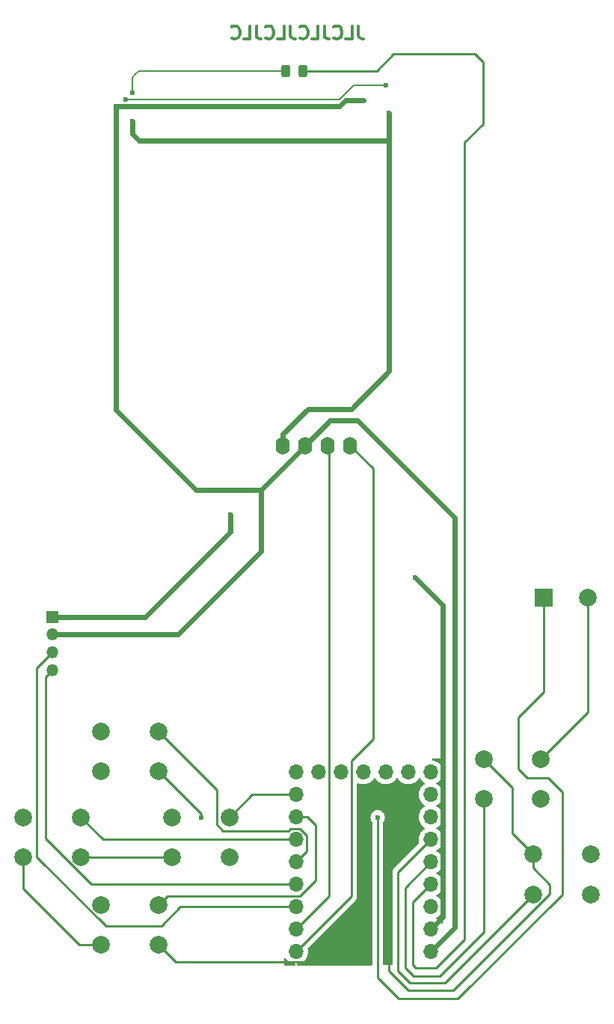
<source format=gbr>
G04 #@! TF.GenerationSoftware,KiCad,Pcbnew,8.0.5-8.0.5-0~ubuntu24.04.1*
G04 #@! TF.CreationDate,2024-10-08T07:53:46+09:00*
G04 #@! TF.ProjectId,gopher_pilot_rp2040_sw,676f7068-6572-45f7-9069-6c6f745f7270,rev?*
G04 #@! TF.SameCoordinates,Original*
G04 #@! TF.FileFunction,Copper,L2,Bot*
G04 #@! TF.FilePolarity,Positive*
%FSLAX46Y46*%
G04 Gerber Fmt 4.6, Leading zero omitted, Abs format (unit mm)*
G04 Created by KiCad (PCBNEW 8.0.5-8.0.5-0~ubuntu24.04.1) date 2024-10-08 07:53:46*
%MOMM*%
%LPD*%
G01*
G04 APERTURE LIST*
G04 Aperture macros list*
%AMRoundRect*
0 Rectangle with rounded corners*
0 $1 Rounding radius*
0 $2 $3 $4 $5 $6 $7 $8 $9 X,Y pos of 4 corners*
0 Add a 4 corners polygon primitive as box body*
4,1,4,$2,$3,$4,$5,$6,$7,$8,$9,$2,$3,0*
0 Add four circle primitives for the rounded corners*
1,1,$1+$1,$2,$3*
1,1,$1+$1,$4,$5*
1,1,$1+$1,$6,$7*
1,1,$1+$1,$8,$9*
0 Add four rect primitives between the rounded corners*
20,1,$1+$1,$2,$3,$4,$5,0*
20,1,$1+$1,$4,$5,$6,$7,0*
20,1,$1+$1,$6,$7,$8,$9,0*
20,1,$1+$1,$8,$9,$2,$3,0*%
G04 Aperture macros list end*
%ADD10C,0.300000*%
G04 #@! TA.AperFunction,NonConductor*
%ADD11C,0.300000*%
G04 #@! TD*
G04 #@! TA.AperFunction,ComponentPad*
%ADD12O,1.700000X1.700000*%
G04 #@! TD*
G04 #@! TA.AperFunction,ComponentPad*
%ADD13O,1.600000X2.000000*%
G04 #@! TD*
G04 #@! TA.AperFunction,ComponentPad*
%ADD14C,2.000000*%
G04 #@! TD*
G04 #@! TA.AperFunction,ComponentPad*
%ADD15R,1.350000X1.350000*%
G04 #@! TD*
G04 #@! TA.AperFunction,ComponentPad*
%ADD16O,1.350000X1.350000*%
G04 #@! TD*
G04 #@! TA.AperFunction,ComponentPad*
%ADD17R,2.000000X2.000000*%
G04 #@! TD*
G04 #@! TA.AperFunction,SMDPad,CuDef*
%ADD18RoundRect,0.243750X0.243750X0.456250X-0.243750X0.456250X-0.243750X-0.456250X0.243750X-0.456250X0*%
G04 #@! TD*
G04 #@! TA.AperFunction,ViaPad*
%ADD19C,0.600000*%
G04 #@! TD*
G04 #@! TA.AperFunction,Conductor*
%ADD20C,0.250000*%
G04 #@! TD*
G04 #@! TA.AperFunction,Conductor*
%ADD21C,0.600000*%
G04 #@! TD*
G04 #@! TA.AperFunction,Conductor*
%ADD22C,0.200000*%
G04 #@! TD*
G04 APERTURE END LIST*
D10*
D11*
X118116917Y-50600828D02*
X118116917Y-51672257D01*
X118116917Y-51672257D02*
X118188346Y-51886542D01*
X118188346Y-51886542D02*
X118331203Y-52029400D01*
X118331203Y-52029400D02*
X118545489Y-52100828D01*
X118545489Y-52100828D02*
X118688346Y-52100828D01*
X116688346Y-52100828D02*
X117402632Y-52100828D01*
X117402632Y-52100828D02*
X117402632Y-50600828D01*
X115331203Y-51957971D02*
X115402631Y-52029400D01*
X115402631Y-52029400D02*
X115616917Y-52100828D01*
X115616917Y-52100828D02*
X115759774Y-52100828D01*
X115759774Y-52100828D02*
X115974060Y-52029400D01*
X115974060Y-52029400D02*
X116116917Y-51886542D01*
X116116917Y-51886542D02*
X116188346Y-51743685D01*
X116188346Y-51743685D02*
X116259774Y-51457971D01*
X116259774Y-51457971D02*
X116259774Y-51243685D01*
X116259774Y-51243685D02*
X116188346Y-50957971D01*
X116188346Y-50957971D02*
X116116917Y-50815114D01*
X116116917Y-50815114D02*
X115974060Y-50672257D01*
X115974060Y-50672257D02*
X115759774Y-50600828D01*
X115759774Y-50600828D02*
X115616917Y-50600828D01*
X115616917Y-50600828D02*
X115402631Y-50672257D01*
X115402631Y-50672257D02*
X115331203Y-50743685D01*
X114259774Y-50600828D02*
X114259774Y-51672257D01*
X114259774Y-51672257D02*
X114331203Y-51886542D01*
X114331203Y-51886542D02*
X114474060Y-52029400D01*
X114474060Y-52029400D02*
X114688346Y-52100828D01*
X114688346Y-52100828D02*
X114831203Y-52100828D01*
X112831203Y-52100828D02*
X113545489Y-52100828D01*
X113545489Y-52100828D02*
X113545489Y-50600828D01*
X111474060Y-51957971D02*
X111545488Y-52029400D01*
X111545488Y-52029400D02*
X111759774Y-52100828D01*
X111759774Y-52100828D02*
X111902631Y-52100828D01*
X111902631Y-52100828D02*
X112116917Y-52029400D01*
X112116917Y-52029400D02*
X112259774Y-51886542D01*
X112259774Y-51886542D02*
X112331203Y-51743685D01*
X112331203Y-51743685D02*
X112402631Y-51457971D01*
X112402631Y-51457971D02*
X112402631Y-51243685D01*
X112402631Y-51243685D02*
X112331203Y-50957971D01*
X112331203Y-50957971D02*
X112259774Y-50815114D01*
X112259774Y-50815114D02*
X112116917Y-50672257D01*
X112116917Y-50672257D02*
X111902631Y-50600828D01*
X111902631Y-50600828D02*
X111759774Y-50600828D01*
X111759774Y-50600828D02*
X111545488Y-50672257D01*
X111545488Y-50672257D02*
X111474060Y-50743685D01*
X110402631Y-50600828D02*
X110402631Y-51672257D01*
X110402631Y-51672257D02*
X110474060Y-51886542D01*
X110474060Y-51886542D02*
X110616917Y-52029400D01*
X110616917Y-52029400D02*
X110831203Y-52100828D01*
X110831203Y-52100828D02*
X110974060Y-52100828D01*
X108974060Y-52100828D02*
X109688346Y-52100828D01*
X109688346Y-52100828D02*
X109688346Y-50600828D01*
X107616917Y-51957971D02*
X107688345Y-52029400D01*
X107688345Y-52029400D02*
X107902631Y-52100828D01*
X107902631Y-52100828D02*
X108045488Y-52100828D01*
X108045488Y-52100828D02*
X108259774Y-52029400D01*
X108259774Y-52029400D02*
X108402631Y-51886542D01*
X108402631Y-51886542D02*
X108474060Y-51743685D01*
X108474060Y-51743685D02*
X108545488Y-51457971D01*
X108545488Y-51457971D02*
X108545488Y-51243685D01*
X108545488Y-51243685D02*
X108474060Y-50957971D01*
X108474060Y-50957971D02*
X108402631Y-50815114D01*
X108402631Y-50815114D02*
X108259774Y-50672257D01*
X108259774Y-50672257D02*
X108045488Y-50600828D01*
X108045488Y-50600828D02*
X107902631Y-50600828D01*
X107902631Y-50600828D02*
X107688345Y-50672257D01*
X107688345Y-50672257D02*
X107616917Y-50743685D01*
X106545488Y-50600828D02*
X106545488Y-51672257D01*
X106545488Y-51672257D02*
X106616917Y-51886542D01*
X106616917Y-51886542D02*
X106759774Y-52029400D01*
X106759774Y-52029400D02*
X106974060Y-52100828D01*
X106974060Y-52100828D02*
X107116917Y-52100828D01*
X105116917Y-52100828D02*
X105831203Y-52100828D01*
X105831203Y-52100828D02*
X105831203Y-50600828D01*
X103759774Y-51957971D02*
X103831202Y-52029400D01*
X103831202Y-52029400D02*
X104045488Y-52100828D01*
X104045488Y-52100828D02*
X104188345Y-52100828D01*
X104188345Y-52100828D02*
X104402631Y-52029400D01*
X104402631Y-52029400D02*
X104545488Y-51886542D01*
X104545488Y-51886542D02*
X104616917Y-51743685D01*
X104616917Y-51743685D02*
X104688345Y-51457971D01*
X104688345Y-51457971D02*
X104688345Y-51243685D01*
X104688345Y-51243685D02*
X104616917Y-50957971D01*
X104616917Y-50957971D02*
X104545488Y-50815114D01*
X104545488Y-50815114D02*
X104402631Y-50672257D01*
X104402631Y-50672257D02*
X104188345Y-50600828D01*
X104188345Y-50600828D02*
X104045488Y-50600828D01*
X104045488Y-50600828D02*
X103831202Y-50672257D01*
X103831202Y-50672257D02*
X103759774Y-50743685D01*
D12*
X111060000Y-155400000D03*
X111060000Y-152860000D03*
X111060000Y-150320000D03*
X111060000Y-147780000D03*
X111060000Y-145240000D03*
X111060000Y-142700000D03*
X111060000Y-140160000D03*
X111060000Y-137620000D03*
X111060000Y-135080000D03*
X113600000Y-135080000D03*
X116140000Y-135080000D03*
X118680000Y-135080000D03*
X121220000Y-135080000D03*
X123760000Y-135080000D03*
X126300000Y-135080000D03*
X126300000Y-137620000D03*
X126300000Y-140160000D03*
X126300000Y-142700000D03*
X126300000Y-145240000D03*
X126300000Y-147780000D03*
X126300000Y-150320000D03*
X126300000Y-152860000D03*
X126300000Y-155400000D03*
D13*
X109580000Y-98100000D03*
X112120000Y-98100000D03*
X114660000Y-98100000D03*
X117200000Y-98100000D03*
D14*
X132300000Y-133600000D03*
X138800000Y-133600000D03*
X132300000Y-138100000D03*
X138800000Y-138100000D03*
X80200000Y-140200000D03*
X86700000Y-140200000D03*
X80200000Y-144700000D03*
X86700000Y-144700000D03*
X89000000Y-150100000D03*
X95500000Y-150100000D03*
X89000000Y-154600000D03*
X95500000Y-154600000D03*
D15*
X83500000Y-117500000D03*
D16*
X83500000Y-119500000D03*
X83500000Y-121500000D03*
X83500000Y-123500000D03*
D14*
X89000000Y-130500000D03*
X95500000Y-130500000D03*
X89000000Y-135000000D03*
X95500000Y-135000000D03*
X97000000Y-140200000D03*
X103500000Y-140200000D03*
X97000000Y-144700000D03*
X103500000Y-144700000D03*
X137900000Y-144400000D03*
X144400000Y-144400000D03*
X137900000Y-148900000D03*
X144400000Y-148900000D03*
D17*
X139100000Y-115300000D03*
D14*
X144100000Y-115300000D03*
D18*
X111800000Y-55700000D03*
X109925000Y-55700000D03*
D19*
X103600000Y-105900000D03*
X92500000Y-61400000D03*
X124500000Y-113000000D03*
X121600000Y-60500000D03*
X121600000Y-152900000D03*
X113200000Y-156300000D03*
X100300000Y-140200000D03*
X118700000Y-59000000D03*
X90700000Y-59700000D03*
X92500000Y-58200000D03*
X121200000Y-57300000D03*
X91800000Y-58900000D03*
X120300000Y-140200000D03*
D20*
X135500000Y-142000000D02*
X137900000Y-144400000D01*
X138800000Y-133600000D02*
X144100000Y-128300000D01*
X128873833Y-159800000D02*
X123800000Y-159800000D01*
X80200000Y-144700000D02*
X80200000Y-148300000D01*
X123800000Y-159800000D02*
X121600000Y-157600000D01*
X121600000Y-157600000D02*
X121600000Y-152900000D01*
D21*
X117300000Y-94000000D02*
X112400000Y-94000000D01*
D20*
X135500000Y-136800000D02*
X135500000Y-142000000D01*
X86700000Y-144700000D02*
X95100000Y-144700000D01*
X139800000Y-147800000D02*
X139800000Y-148873833D01*
D21*
X112400000Y-94000000D02*
X109580000Y-96820000D01*
X121600000Y-89700000D02*
X121600000Y-63600000D01*
D20*
X137900000Y-144400000D02*
X137900000Y-145900000D01*
X97475000Y-156575000D02*
X95500000Y-154600000D01*
X139800000Y-148873833D02*
X128873833Y-159800000D01*
X86500000Y-154600000D02*
X89000000Y-154600000D01*
D21*
X93300000Y-63600000D02*
X92700000Y-63000000D01*
D20*
X95100000Y-144700000D02*
X97000000Y-144700000D01*
D21*
X109580000Y-96820000D02*
X109580000Y-98100000D01*
D20*
X95500000Y-135000000D02*
X100300000Y-139800000D01*
D21*
X127650000Y-116150000D02*
X127650000Y-151510000D01*
X103600000Y-105900000D02*
X103600000Y-107900000D01*
X103600000Y-107900000D02*
X94000000Y-117500000D01*
D20*
X113200000Y-156300000D02*
X112925000Y-156575000D01*
D21*
X121600000Y-63600000D02*
X93300000Y-63600000D01*
D20*
X80200000Y-148300000D02*
X86500000Y-154600000D01*
X137900000Y-145900000D02*
X139800000Y-147800000D01*
D21*
X92500000Y-62800000D02*
X92500000Y-61400000D01*
D20*
X132300000Y-133600000D02*
X135500000Y-136800000D01*
D21*
X92700000Y-63000000D02*
X92500000Y-62800000D01*
D20*
X112925000Y-156575000D02*
X97475000Y-156575000D01*
D21*
X127650000Y-151510000D02*
X126300000Y-152860000D01*
D20*
X144100000Y-128300000D02*
X144100000Y-115300000D01*
D21*
X121600000Y-89700000D02*
X117300000Y-94000000D01*
X124500000Y-113000000D02*
X127650000Y-116150000D01*
X121600000Y-63600000D02*
X121600000Y-60500000D01*
D20*
X100300000Y-139800000D02*
X100300000Y-140200000D01*
D21*
X94000000Y-117500000D02*
X83500000Y-117500000D01*
X107100000Y-103120000D02*
X99720000Y-103120000D01*
X112120000Y-98320000D02*
X112120000Y-98100000D01*
X129000000Y-152700000D02*
X126300000Y-155400000D01*
X116700000Y-59000000D02*
X118700000Y-59000000D01*
X107100000Y-103120000D02*
X112120000Y-98100000D01*
X107100000Y-110100000D02*
X97700000Y-119500000D01*
X112120000Y-98100000D02*
X114920000Y-95300000D01*
X90700000Y-94100000D02*
X90700000Y-59700000D01*
X97700000Y-119500000D02*
X83500000Y-119500000D01*
X118000000Y-95300000D02*
X129000000Y-106300000D01*
X99720000Y-103120000D02*
X90700000Y-94100000D01*
X107100000Y-103120000D02*
X107100000Y-110100000D01*
X129000000Y-106300000D02*
X129000000Y-152700000D01*
X90700000Y-59700000D02*
X116000000Y-59700000D01*
X116000000Y-59700000D02*
X116700000Y-59000000D01*
X114920000Y-95300000D02*
X118000000Y-95300000D01*
D22*
X92900000Y-56100000D02*
X92500000Y-56500000D01*
X92500000Y-56500000D02*
X92500000Y-58200000D01*
X93300000Y-55700000D02*
X92900000Y-56100000D01*
X109925000Y-55700000D02*
X93300000Y-55700000D01*
X115951472Y-58900000D02*
X117551472Y-57300000D01*
X117551472Y-57300000D02*
X121200000Y-57300000D01*
X91800000Y-58900000D02*
X115951472Y-58900000D01*
D20*
X117315000Y-149145000D02*
X111060000Y-155400000D01*
X117315000Y-133785001D02*
X117315000Y-149145000D01*
X119768346Y-100668346D02*
X119768346Y-131331655D01*
X119768346Y-131331655D02*
X117315000Y-133785001D01*
X117200000Y-98100000D02*
X119768346Y-100668346D01*
X114775000Y-149145000D02*
X111060000Y-152860000D01*
X114660000Y-98100000D02*
X114775000Y-98215000D01*
X114775000Y-98215000D02*
X114775000Y-149145000D01*
X81700000Y-144673833D02*
X89526167Y-152500000D01*
X95800000Y-152500000D02*
X97980000Y-150320000D01*
X81700000Y-123300000D02*
X81700000Y-144673833D01*
X83500000Y-121500000D02*
X81700000Y-123300000D01*
X89526167Y-152500000D02*
X95800000Y-152500000D01*
X97980000Y-150320000D02*
X111060000Y-150320000D01*
X82700000Y-142573833D02*
X82700000Y-124300000D01*
X87906167Y-147780000D02*
X111060000Y-147780000D01*
X82700000Y-124300000D02*
X83500000Y-123500000D01*
X82700000Y-142573833D02*
X87906167Y-147780000D01*
X139600000Y-135700000D02*
X141200000Y-137300000D01*
X141200000Y-148900000D02*
X129400000Y-160700000D01*
X139100000Y-126000000D02*
X136200000Y-128900000D01*
X137200000Y-135700000D02*
X139600000Y-135700000D01*
X136200000Y-128900000D02*
X136200000Y-134700000D01*
X120300000Y-158300000D02*
X120300000Y-140200000D01*
X139100000Y-115300000D02*
X139100000Y-126000000D01*
X122700000Y-160700000D02*
X120300000Y-158300000D01*
X136200000Y-134700000D02*
X137200000Y-135700000D01*
X141200000Y-137300000D02*
X141200000Y-148900000D01*
X129400000Y-160700000D02*
X122700000Y-160700000D01*
X132200000Y-61700000D02*
X130100000Y-63800000D01*
X124300000Y-156900000D02*
X124300000Y-149780000D01*
X126900000Y-157200000D02*
X124600000Y-157200000D01*
X120200000Y-55700000D02*
X122100000Y-53800000D01*
X130100000Y-154000000D02*
X126900000Y-157200000D01*
X131300000Y-53800000D02*
X132200000Y-54700000D01*
X130100000Y-63800000D02*
X130100000Y-154000000D01*
X124300000Y-149780000D02*
X126300000Y-147780000D01*
X132200000Y-54700000D02*
X132200000Y-61700000D01*
X111800000Y-55700000D02*
X120200000Y-55700000D01*
X124600000Y-157200000D02*
X124300000Y-156900000D01*
X122100000Y-53800000D02*
X131300000Y-53800000D01*
X111521701Y-141500000D02*
X112300000Y-142278299D01*
X102100000Y-141000000D02*
X102800000Y-141700000D01*
X102800000Y-141700000D02*
X110208299Y-141700000D01*
X110408299Y-141500000D02*
X111521701Y-141500000D01*
X95500000Y-130500000D02*
X102100000Y-137100000D01*
X112300000Y-144000000D02*
X111060000Y-145240000D01*
X110208299Y-141700000D02*
X110408299Y-141500000D01*
X102100000Y-137100000D02*
X102100000Y-141000000D01*
X112300000Y-142278299D02*
X112300000Y-144000000D01*
X89200000Y-142700000D02*
X86700000Y-140200000D01*
X111060000Y-142700000D02*
X89200000Y-142700000D01*
X111500000Y-149100000D02*
X113300000Y-147300000D01*
X96500000Y-149100000D02*
X111500000Y-149100000D01*
X113300000Y-141100000D02*
X112360000Y-140160000D01*
X95500000Y-150100000D02*
X96500000Y-149100000D01*
X112360000Y-140160000D02*
X111060000Y-140160000D01*
X113300000Y-147300000D02*
X113300000Y-141100000D01*
X111060000Y-137620000D02*
X106080000Y-137620000D01*
X106080000Y-137620000D02*
X103500000Y-140200000D01*
X123400000Y-157200000D02*
X123400000Y-148140000D01*
X132300000Y-138100000D02*
X132300000Y-153200000D01*
X123400000Y-148140000D02*
X126300000Y-145240000D01*
X127300000Y-158200000D02*
X124400000Y-158200000D01*
X132300000Y-153200000D02*
X127300000Y-158200000D01*
X124400000Y-158200000D02*
X123400000Y-157200000D01*
X123900000Y-158900000D02*
X122600000Y-157600000D01*
X122600000Y-146400000D02*
X126300000Y-142700000D01*
X137900000Y-148900000D02*
X127900000Y-158900000D01*
X127900000Y-158900000D02*
X123900000Y-158900000D01*
X122600000Y-157600000D02*
X122600000Y-146400000D01*
G04 #@! TA.AperFunction,Conductor*
G36*
X109905203Y-156124943D02*
G01*
X109927804Y-156150829D01*
X109984278Y-156237268D01*
X109984283Y-156237273D01*
X109984284Y-156237276D01*
X110136756Y-156402902D01*
X110136760Y-156402906D01*
X110314424Y-156541189D01*
X110314425Y-156541189D01*
X110314427Y-156541191D01*
X110441135Y-156609761D01*
X110512426Y-156648342D01*
X110725365Y-156721444D01*
X110879996Y-156747247D01*
X110942879Y-156777696D01*
X110979319Y-156837311D01*
X110977745Y-156907162D01*
X110938655Y-156965074D01*
X110874461Y-156992659D01*
X110860274Y-156993553D01*
X109824689Y-156999307D01*
X109757541Y-156979995D01*
X109711494Y-156927446D01*
X109700000Y-156875309D01*
X109700000Y-156218656D01*
X109719685Y-156151617D01*
X109772489Y-156105862D01*
X109841647Y-156095918D01*
X109905203Y-156124943D01*
G37*
G04 #@! TD.AperFunction*
G04 #@! TA.AperFunction,Conductor*
G36*
X125111905Y-135753515D02*
G01*
X125133804Y-135778787D01*
X125224278Y-135917268D01*
X125224283Y-135917273D01*
X125224284Y-135917276D01*
X125376756Y-136082902D01*
X125376760Y-136082906D01*
X125554424Y-136221189D01*
X125554429Y-136221191D01*
X125554431Y-136221193D01*
X125590930Y-136240946D01*
X125640520Y-136290165D01*
X125655628Y-136358382D01*
X125631457Y-136423937D01*
X125590930Y-136459054D01*
X125554431Y-136478806D01*
X125554422Y-136478812D01*
X125376761Y-136617092D01*
X125376756Y-136617097D01*
X125224284Y-136782723D01*
X125224276Y-136782734D01*
X125101140Y-136971207D01*
X125010703Y-137177385D01*
X124955436Y-137395628D01*
X124955434Y-137395640D01*
X124936844Y-137619994D01*
X124936844Y-137620005D01*
X124955434Y-137844359D01*
X124955436Y-137844371D01*
X125010703Y-138062614D01*
X125101140Y-138268792D01*
X125224276Y-138457265D01*
X125224284Y-138457276D01*
X125376756Y-138622902D01*
X125376760Y-138622906D01*
X125554424Y-138761189D01*
X125554429Y-138761191D01*
X125554431Y-138761193D01*
X125590930Y-138780946D01*
X125640520Y-138830165D01*
X125655628Y-138898382D01*
X125631457Y-138963937D01*
X125590930Y-138999054D01*
X125554431Y-139018806D01*
X125554422Y-139018812D01*
X125376761Y-139157092D01*
X125376756Y-139157097D01*
X125224284Y-139322723D01*
X125224276Y-139322734D01*
X125101140Y-139511207D01*
X125010703Y-139717385D01*
X124955436Y-139935628D01*
X124955434Y-139935640D01*
X124936844Y-140159994D01*
X124936844Y-140160005D01*
X124955434Y-140384359D01*
X124955436Y-140384371D01*
X125010703Y-140602614D01*
X125101140Y-140808792D01*
X125224276Y-140997265D01*
X125224284Y-140997276D01*
X125376756Y-141162902D01*
X125376760Y-141162906D01*
X125554424Y-141301189D01*
X125554429Y-141301191D01*
X125554431Y-141301193D01*
X125590930Y-141320946D01*
X125640520Y-141370165D01*
X125655628Y-141438382D01*
X125631457Y-141503937D01*
X125590930Y-141539054D01*
X125554431Y-141558806D01*
X125554422Y-141558812D01*
X125376761Y-141697092D01*
X125376756Y-141697097D01*
X125224284Y-141862723D01*
X125224276Y-141862734D01*
X125101140Y-142051207D01*
X125010703Y-142257385D01*
X124955436Y-142475628D01*
X124955434Y-142475640D01*
X124936844Y-142699994D01*
X124936844Y-142700005D01*
X124955435Y-142924364D01*
X124983461Y-143035037D01*
X124980836Y-143104857D01*
X124950936Y-143153158D01*
X122865890Y-145238206D01*
X122196167Y-145907929D01*
X122168178Y-145935918D01*
X122107927Y-145996168D01*
X122038603Y-146099918D01*
X122038598Y-146099927D01*
X121990845Y-146215214D01*
X121990843Y-146215222D01*
X121966500Y-146337601D01*
X121966500Y-156808539D01*
X121946815Y-156875578D01*
X121894011Y-156921333D01*
X121843189Y-156932537D01*
X121058189Y-156936898D01*
X120991041Y-156917586D01*
X120944994Y-156865037D01*
X120933500Y-156812900D01*
X120933500Y-140747160D01*
X120952507Y-140681188D01*
X121033039Y-140553022D01*
X121033041Y-140553019D01*
X121033041Y-140553017D01*
X121033043Y-140553015D01*
X121093217Y-140381047D01*
X121113616Y-140200000D01*
X121109109Y-140160000D01*
X121093218Y-140018958D01*
X121093217Y-140018953D01*
X121033043Y-139846985D01*
X120936111Y-139692719D01*
X120807281Y-139563889D01*
X120786522Y-139550845D01*
X120653017Y-139466958D01*
X120653016Y-139466957D01*
X120653015Y-139466957D01*
X120598693Y-139447949D01*
X120481046Y-139406782D01*
X120481041Y-139406781D01*
X120300004Y-139386384D01*
X120299996Y-139386384D01*
X120118958Y-139406781D01*
X120118953Y-139406782D01*
X119946982Y-139466958D01*
X119792718Y-139563889D01*
X119663889Y-139692718D01*
X119566958Y-139846982D01*
X119506782Y-140018953D01*
X119506781Y-140018958D01*
X119486384Y-140199996D01*
X119486384Y-140200003D01*
X119506781Y-140381041D01*
X119506782Y-140381046D01*
X119566958Y-140553019D01*
X119566960Y-140553022D01*
X119647493Y-140681188D01*
X119666500Y-140747160D01*
X119666500Y-156821317D01*
X119646815Y-156888356D01*
X119594011Y-156934111D01*
X119543189Y-156945315D01*
X111274908Y-156991250D01*
X111207760Y-156971938D01*
X111161713Y-156919389D01*
X111151385Y-156850287D01*
X111180056Y-156786571D01*
X111238624Y-156748471D01*
X111253804Y-156744944D01*
X111394635Y-156721444D01*
X111607574Y-156648342D01*
X111805576Y-156541189D01*
X111983240Y-156402906D01*
X112135722Y-156237268D01*
X112258860Y-156048791D01*
X112349296Y-155842616D01*
X112404564Y-155624368D01*
X112423156Y-155400000D01*
X112404564Y-155175632D01*
X112376538Y-155064960D01*
X112379163Y-154995140D01*
X112409061Y-154946841D01*
X117807071Y-149548833D01*
X117876400Y-149445075D01*
X117924155Y-149329785D01*
X117948500Y-149207394D01*
X117948500Y-149082606D01*
X117948500Y-136436905D01*
X117968185Y-136369866D01*
X118020989Y-136324111D01*
X118090147Y-136314167D01*
X118127606Y-136326557D01*
X118127728Y-136326281D01*
X118130664Y-136327569D01*
X118131521Y-136327852D01*
X118132426Y-136328342D01*
X118345365Y-136401444D01*
X118567431Y-136438500D01*
X118792569Y-136438500D01*
X119014635Y-136401444D01*
X119227574Y-136328342D01*
X119425576Y-136221189D01*
X119603240Y-136082906D01*
X119755722Y-135917268D01*
X119846193Y-135778790D01*
X119899338Y-135733437D01*
X119968569Y-135724013D01*
X120031905Y-135753515D01*
X120053804Y-135778787D01*
X120144278Y-135917268D01*
X120144283Y-135917273D01*
X120144284Y-135917276D01*
X120296756Y-136082902D01*
X120296760Y-136082906D01*
X120474424Y-136221189D01*
X120474425Y-136221189D01*
X120474427Y-136221191D01*
X120575824Y-136276064D01*
X120672426Y-136328342D01*
X120885365Y-136401444D01*
X121107431Y-136438500D01*
X121332569Y-136438500D01*
X121554635Y-136401444D01*
X121767574Y-136328342D01*
X121965576Y-136221189D01*
X122143240Y-136082906D01*
X122295722Y-135917268D01*
X122386193Y-135778790D01*
X122439338Y-135733437D01*
X122508569Y-135724013D01*
X122571905Y-135753515D01*
X122593804Y-135778787D01*
X122684278Y-135917268D01*
X122684283Y-135917273D01*
X122684284Y-135917276D01*
X122836756Y-136082902D01*
X122836760Y-136082906D01*
X123014424Y-136221189D01*
X123014425Y-136221189D01*
X123014427Y-136221191D01*
X123115824Y-136276064D01*
X123212426Y-136328342D01*
X123425365Y-136401444D01*
X123647431Y-136438500D01*
X123872569Y-136438500D01*
X124094635Y-136401444D01*
X124307574Y-136328342D01*
X124505576Y-136221189D01*
X124683240Y-136082906D01*
X124835722Y-135917268D01*
X124926193Y-135778790D01*
X124979338Y-135733437D01*
X125048569Y-135724013D01*
X125111905Y-135753515D01*
G37*
G04 #@! TD.AperFunction*
G04 #@! TA.AperFunction,Conductor*
G36*
X127657905Y-150984332D02*
G01*
X127695236Y-151043393D01*
X127700000Y-151077432D01*
X127700000Y-152112476D01*
X127680315Y-152179515D01*
X127627511Y-152225270D01*
X127558353Y-152235214D01*
X127494797Y-152206189D01*
X127474425Y-152183600D01*
X127338109Y-151988922D01*
X127338108Y-151988920D01*
X127171082Y-151821894D01*
X126990197Y-151695236D01*
X126946572Y-151640659D01*
X126939380Y-151571160D01*
X126970902Y-151508806D01*
X127002300Y-151484608D01*
X127045576Y-151461189D01*
X127223240Y-151322906D01*
X127375722Y-151157268D01*
X127472192Y-151009608D01*
X127525338Y-150964254D01*
X127594569Y-150954830D01*
X127657905Y-150984332D01*
G37*
G04 #@! TD.AperFunction*
G04 #@! TA.AperFunction,Conductor*
G36*
X127657905Y-148444332D02*
G01*
X127695236Y-148503393D01*
X127700000Y-148537432D01*
X127700000Y-149562567D01*
X127680315Y-149629606D01*
X127627511Y-149675361D01*
X127558353Y-149685305D01*
X127494797Y-149656280D01*
X127472192Y-149630389D01*
X127389508Y-149503833D01*
X127375722Y-149482732D01*
X127375719Y-149482729D01*
X127375715Y-149482723D01*
X127223243Y-149317097D01*
X127223238Y-149317092D01*
X127045577Y-149178812D01*
X127045578Y-149178812D01*
X127045576Y-149178811D01*
X127009070Y-149159055D01*
X126959479Y-149109836D01*
X126944371Y-149041619D01*
X126968541Y-148976064D01*
X127009070Y-148940945D01*
X127012823Y-148938914D01*
X127045576Y-148921189D01*
X127223240Y-148782906D01*
X127375722Y-148617268D01*
X127472192Y-148469608D01*
X127525338Y-148424254D01*
X127594569Y-148414830D01*
X127657905Y-148444332D01*
G37*
G04 #@! TD.AperFunction*
G04 #@! TA.AperFunction,Conductor*
G36*
X127657905Y-145904332D02*
G01*
X127695236Y-145963393D01*
X127700000Y-145997432D01*
X127700000Y-147022567D01*
X127680315Y-147089606D01*
X127627511Y-147135361D01*
X127558353Y-147145305D01*
X127494797Y-147116280D01*
X127472192Y-147090389D01*
X127375723Y-146942734D01*
X127375715Y-146942723D01*
X127223243Y-146777097D01*
X127223238Y-146777092D01*
X127045577Y-146638812D01*
X127045578Y-146638812D01*
X127045576Y-146638811D01*
X127009070Y-146619055D01*
X126959479Y-146569836D01*
X126944371Y-146501619D01*
X126968541Y-146436064D01*
X127009070Y-146400945D01*
X127009084Y-146400936D01*
X127045576Y-146381189D01*
X127223240Y-146242906D01*
X127375722Y-146077268D01*
X127472192Y-145929608D01*
X127525338Y-145884254D01*
X127594569Y-145874830D01*
X127657905Y-145904332D01*
G37*
G04 #@! TD.AperFunction*
G04 #@! TA.AperFunction,Conductor*
G36*
X127657905Y-143364332D02*
G01*
X127695236Y-143423393D01*
X127700000Y-143457432D01*
X127700000Y-144482567D01*
X127680315Y-144549606D01*
X127627511Y-144595361D01*
X127558353Y-144605305D01*
X127494797Y-144576280D01*
X127472192Y-144550389D01*
X127375723Y-144402734D01*
X127375715Y-144402723D01*
X127223243Y-144237097D01*
X127223238Y-144237092D01*
X127045577Y-144098812D01*
X127045578Y-144098812D01*
X127045576Y-144098811D01*
X127009070Y-144079055D01*
X126959479Y-144029836D01*
X126944371Y-143961619D01*
X126968541Y-143896064D01*
X127009070Y-143860945D01*
X127009084Y-143860936D01*
X127045576Y-143841189D01*
X127223240Y-143702906D01*
X127375722Y-143537268D01*
X127472192Y-143389608D01*
X127525338Y-143344254D01*
X127594569Y-143334830D01*
X127657905Y-143364332D01*
G37*
G04 #@! TD.AperFunction*
G04 #@! TA.AperFunction,Conductor*
G36*
X127657905Y-140824332D02*
G01*
X127695236Y-140883393D01*
X127700000Y-140917432D01*
X127700000Y-141942567D01*
X127680315Y-142009606D01*
X127627511Y-142055361D01*
X127558353Y-142065305D01*
X127494797Y-142036280D01*
X127472192Y-142010389D01*
X127375723Y-141862734D01*
X127375715Y-141862723D01*
X127223243Y-141697097D01*
X127223238Y-141697092D01*
X127045577Y-141558812D01*
X127045578Y-141558812D01*
X127045576Y-141558811D01*
X127009070Y-141539055D01*
X126959479Y-141489836D01*
X126944371Y-141421619D01*
X126968541Y-141356064D01*
X127009070Y-141320945D01*
X127009084Y-141320936D01*
X127045576Y-141301189D01*
X127223240Y-141162906D01*
X127375722Y-140997268D01*
X127472192Y-140849608D01*
X127525338Y-140804254D01*
X127594569Y-140794830D01*
X127657905Y-140824332D01*
G37*
G04 #@! TD.AperFunction*
G04 #@! TA.AperFunction,Conductor*
G36*
X127657905Y-138284332D02*
G01*
X127695236Y-138343393D01*
X127700000Y-138377432D01*
X127700000Y-139402567D01*
X127680315Y-139469606D01*
X127627511Y-139515361D01*
X127558353Y-139525305D01*
X127494797Y-139496280D01*
X127472192Y-139470389D01*
X127375723Y-139322734D01*
X127375715Y-139322723D01*
X127223243Y-139157097D01*
X127223238Y-139157092D01*
X127045577Y-139018812D01*
X127045578Y-139018812D01*
X127045576Y-139018811D01*
X127009070Y-138999055D01*
X126959479Y-138949836D01*
X126944371Y-138881619D01*
X126968541Y-138816064D01*
X127009070Y-138780945D01*
X127009084Y-138780936D01*
X127045576Y-138761189D01*
X127223240Y-138622906D01*
X127375722Y-138457268D01*
X127472192Y-138309608D01*
X127525338Y-138264254D01*
X127594569Y-138254830D01*
X127657905Y-138284332D01*
G37*
G04 #@! TD.AperFunction*
G04 #@! TA.AperFunction,Conductor*
G36*
X127657905Y-135744332D02*
G01*
X127695236Y-135803393D01*
X127700000Y-135837432D01*
X127700000Y-136862567D01*
X127680315Y-136929606D01*
X127627511Y-136975361D01*
X127558353Y-136985305D01*
X127494797Y-136956280D01*
X127472192Y-136930389D01*
X127375723Y-136782734D01*
X127375715Y-136782723D01*
X127223243Y-136617097D01*
X127223238Y-136617092D01*
X127045577Y-136478812D01*
X127045578Y-136478812D01*
X127045576Y-136478811D01*
X127009070Y-136459055D01*
X126959479Y-136409836D01*
X126944371Y-136341619D01*
X126968541Y-136276064D01*
X127009070Y-136240945D01*
X127009084Y-136240936D01*
X127045576Y-136221189D01*
X127223240Y-136082906D01*
X127375722Y-135917268D01*
X127472192Y-135769608D01*
X127525338Y-135724254D01*
X127594569Y-135714830D01*
X127657905Y-135744332D01*
G37*
G04 #@! TD.AperFunction*
G04 #@! TA.AperFunction,Conductor*
G36*
X127643039Y-133519685D02*
G01*
X127688794Y-133572489D01*
X127700000Y-133624000D01*
X127700000Y-134322567D01*
X127680315Y-134389606D01*
X127627511Y-134435361D01*
X127558353Y-134445305D01*
X127494797Y-134416280D01*
X127472192Y-134390389D01*
X127375723Y-134242734D01*
X127375715Y-134242723D01*
X127223243Y-134077097D01*
X127223238Y-134077092D01*
X127045577Y-133938812D01*
X127045572Y-133938808D01*
X126847580Y-133831661D01*
X126847577Y-133831659D01*
X126847574Y-133831658D01*
X126847571Y-133831657D01*
X126847569Y-133831656D01*
X126634637Y-133758556D01*
X126561243Y-133746309D01*
X126498357Y-133715859D01*
X126461918Y-133656244D01*
X126463493Y-133586392D01*
X126502583Y-133528480D01*
X126566776Y-133500896D01*
X126581652Y-133500000D01*
X127576000Y-133500000D01*
X127643039Y-133519685D01*
G37*
G04 #@! TD.AperFunction*
M02*

</source>
